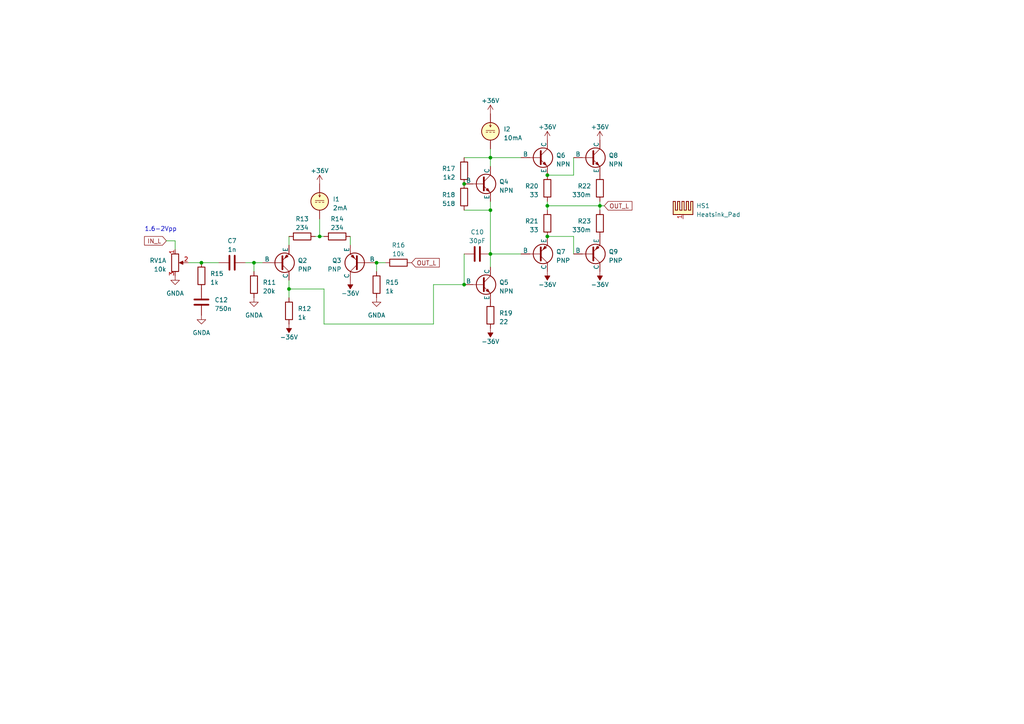
<source format=kicad_sch>
(kicad_sch (version 20230121) (generator eeschema)
  (paper "A4")
  (title_block (title "USB DAC & Headphone Amplifier") (date "2023-03-20") (rev "1") (comment 3 "License: MIT License") (comment 4 "Author: Jona Heinke"))
  (lib_symbols
    (symbol "Device:C" (pin_numbers hide) (pin_names (offset 0.254))
      (property "Reference" "C" (at 0.635 2.54 0))
      (property "Value" "C" (at 0.635 -2.54 0))
      (symbol "C_0_1"
        (polyline (pts (xy -2.032 -0.762) (xy 2.032 -0.762)) (stroke (width 0.508)))
        (polyline (pts (xy -2.032 0.762) (xy 2.032 0.762)) (stroke (width 0.508)))
      )
      (symbol "C_1_1"
        (pin passive line (at 0 3.81 270) (length 2.794) (name "~") (number "1"))
        (pin passive line (at 0 -3.81 90) (length 2.794) (name "~") (number "2"))
      )
    )
    (symbol "Device:R" (pin_numbers hide) (pin_names (offset 0))
      (property "Reference" "R" (at 2.032 0 90))
      (property "Value" "R" (at 0 0 90))
      (symbol "R_0_1"
        (rectangle (start -1.016 -2.54) (end 1.016 2.54) (stroke (width 0.254)))
      )
      (symbol "R_1_1"
        (pin passive line (at 0 3.81 270) (length 1.27) (name "~") (number "1"))
        (pin passive line (at 0 -3.81 90) (length 1.27) (name "~") (number "2"))
      )
    )
    (symbol "Device:R_Potentiometer_Dual_Separate" (pin_names (offset 1.016) hide)
      (property "Reference" "RV" (at -4.445 0 90))
      (property "Value" "R_Potentiometer_Dual_Separate" (at -2.54 0 90))
      (symbol "R_Potentiometer_Dual_Separate_0_1"
        (polyline (pts (xy 2.54 0) (xy 1.524 0)))
        (polyline (pts (xy 1.143 0) (xy 2.286 0.508) (xy 2.286 -0.508) (xy 1.143 0)) (fill (type outline)))
        (rectangle (start 1.016 2.54) (end -1.016 -2.54) (stroke (width 0.254)))
      )
      (symbol "R_Potentiometer_Dual_Separate_1_1"
        (pin passive line (at 0 3.81 270) (length 1.27) (name "1") (number "1"))
        (pin passive line (at 3.81 0 180) (length 1.27) (name "2") (number "2"))
        (pin passive line (at 0 -3.81 90) (length 1.27) (name "3") (number "3"))
      )
      (symbol "R_Potentiometer_Dual_Separate_2_1"
        (pin passive line (at 0 3.81 270) (length 1.27) (name "4") (number "4"))
        (pin passive line (at 3.81 0 180) (length 1.27) (name "5") (number "5"))
        (pin passive line (at 0 -3.81 90) (length 1.27) (name "6") (number "6"))
      )
    )
    (symbol "Mechanical:Heatsink_Pad" (pin_names (offset 0))
      (property "Reference" "HS" (at 0 5.715 0))
      (property "Value" "Heatsink_Pad" (at 0 3.81 0))
      (symbol "Heatsink_Pad_0_1"
        (polyline (pts (xy -0.3302 0) (xy -0.9652 0) (xy -0.9652 2.54) (xy -1.6002 2.54) (xy -1.6002 0) (xy -2.2352 0) (xy -2.2352 2.54) (xy -2.8702 2.54) (xy -2.8702 -1.27) (xy -0.9652 -1.27)) (stroke (width 0.254)) (fill (type background)))
        (polyline (pts (xy -0.3302 0) (xy -0.3302 2.54) (xy 0.3048 2.54) (xy 0.3048 0) (xy 0.9398 0) (xy 0.9398 2.54) (xy 1.5748 2.54) (xy 1.5748 0) (xy 2.2098 0) (xy 2.2098 2.54) (xy 2.8448 2.54) (xy 2.8448 -1.27) (xy -0.9652 -1.27)) (stroke (width 0.254)) (fill (type background)))
      )
      (symbol "Heatsink_Pad_1_1"
        (pin passive line (at 0 -2.54 90) (length 1.27) (name "~") (number "1"))
      )
    )
    (symbol "Simulation_SPICE:IDC" (pin_numbers hide) (pin_names (offset 0.0254))
      (property "Reference" "I" (at 2.54 2.54 0))
      (property "Value" "1" (at 2.54 0 0))
      (symbol "IDC_0_0"
        (polyline (pts (xy -1.27 0.254) (xy 1.27 0.254)))
        (polyline (pts (xy -0.762 -0.254) (xy -1.27 -0.254)))
        (polyline (pts (xy 0.254 -0.254) (xy -0.254 -0.254)))
        (polyline (pts (xy 1.27 -0.254) (xy 0.762 -0.254)))
      )
      (symbol "IDC_0_1"
        (polyline (pts (xy 0 1.27) (xy 0 2.286)))
        (polyline (pts (xy -0.254 1.778) (xy 0 1.27) (xy 0.254 1.778)))
        (circle (center 0 0) (radius 2.54) (stroke (width 0.254)) (fill (type background)))
      )
      (symbol "IDC_1_1"
        (pin passive line (at 0 5.08 270) (length 2.54) (name "~") (number "1"))
        (pin passive line (at 0 -5.08 90) (length 2.54) (name "~") (number "2"))
      )
    )
    (symbol "Simulation_SPICE:NPN" (pin_numbers hide) (pin_names (offset 0))
      (property "Reference" "Q" (at -2.54 7.62 0))
      (property "Value" "NPN" (at -2.54 5.08 0))
      (symbol "NPN_0_1"
        (polyline (pts (xy -2.54 0) (xy 0.635 0)) (stroke (width 0.1524)))
        (polyline (pts (xy 0.635 0.635) (xy 2.54 2.54)))
        (polyline (pts (xy 2.794 -1.27) (xy 2.794 -1.27)) (stroke (width 0.1524)))
        (polyline (pts (xy 2.794 -1.27) (xy 2.794 -1.27)) (stroke (width 0.1524)))
        (polyline (pts (xy 0.635 -0.635) (xy 2.54 -2.54) (xy 2.54 -2.54)))
        (polyline (pts (xy 0.635 1.905) (xy 0.635 -1.905) (xy 0.635 -1.905)) (stroke (width 0.508)))
        (polyline (pts (xy 1.27 -1.778) (xy 1.778 -1.27) (xy 2.286 -2.286) (xy 1.27 -1.778) (xy 1.27 -1.778)) (fill (type outline)))
        (circle (center 1.27 0) (radius 2.8194) (stroke (width 0.254)))
      )
      (symbol "NPN_1_1"
        (pin open_collector line (at 2.54 5.08 270) (length 2.54) (name "C") (number "1"))
        (pin input line (at -5.08 0 0) (length 2.54) (name "B") (number "2"))
        (pin open_emitter line (at 2.54 -5.08 90) (length 2.54) (name "E") (number "3"))
      )
    )
    (symbol "Simulation_SPICE:PNP" (pin_numbers hide) (pin_names (offset 0))
      (property "Reference" "Q" (at -2.54 7.62 0))
      (property "Value" "PNP" (at -2.54 5.08 0))
      (symbol "PNP_0_1"
        (polyline (pts (xy -2.54 0) (xy 0.635 0)) (stroke (width 0.1524)))
        (polyline (pts (xy 0.635 0.635) (xy 2.54 2.54)))
        (polyline (pts (xy 0.635 -0.635) (xy 2.54 -2.54) (xy 2.54 -2.54)))
        (polyline (pts (xy 0.635 1.905) (xy 0.635 -1.905) (xy 0.635 -1.905)) (stroke (width 0.508)))
        (polyline (pts (xy 2.286 -1.778) (xy 1.778 -2.286) (xy 1.27 -1.27) (xy 2.286 -1.778) (xy 2.286 -1.778)) (fill (type outline)))
        (circle (center 1.27 0) (radius 2.8194) (stroke (width 0.254)))
      )
      (symbol "PNP_1_1"
        (pin open_collector line (at 2.54 5.08 270) (length 2.54) (name "C") (number "1"))
        (pin input line (at -5.08 0 0) (length 2.54) (name "B") (number "2"))
        (pin open_emitter line (at 2.54 -5.08 90) (length 2.54) (name "E") (number "3"))
      )
    )
    (symbol "power:+36V" (power) (pin_names (offset 0))
      (property "Value" "+36V" (at 0 3.556 0))
      (symbol "+36V_0_1"
        (polyline (pts (xy -0.762 1.27) (xy 0 2.54)))
        (polyline (pts (xy 0 0) (xy 0 2.54)))
        (polyline (pts (xy 0 2.54) (xy 0.762 1.27)))
      )
      (symbol "+36V_1_1"
        (pin power_in line (at 0 0 90) (length 0) hide (name "+36V") (number "1"))
      )
    )
    (symbol "power:-36V" (power) (pin_names (offset 0))
      (property "Value" "-36V" (at 0 3.81 0))
      (symbol "-36V_0_0"
        (pin power_in line (at 0 0 90) (length 0) hide (name "-36V") (number "1"))
      )
      (symbol "-36V_0_1"
        (polyline (pts (xy 0 0) (xy 0 1.27) (xy 0.762 1.27) (xy 0 2.54) (xy -0.762 1.27) (xy 0 1.27)) (fill (type outline)))
      )
    )
    (symbol "power:GNDA" (power) (pin_names (offset 0))
      (property "Value" "GNDA" (at 0 -3.81 0))
      (symbol "GNDA_0_1"
        (polyline (pts (xy 0 0) (xy 0 -1.27) (xy 1.27 -1.27) (xy 0 -2.54) (xy -1.27 -1.27) (xy 0 -1.27)))
      )
      (symbol "GNDA_1_1"
        (pin power_in line (at 0 0 270) (length 0) hide (name "GNDA") (number "1"))
      )
    )
  )
  (junction (at 134.62 82.55))
  (junction (at 158.75 59.69))
  (junction (at 142.24 73.66))
  (junction (at 158.75 50.8))
  (junction (at 109.22 76.2))
  (junction (at 158.75 68.58))
  (junction (at 142.24 45.72))
  (junction (at 142.24 60.96))
  (junction (at 83.82 83.82))
  (junction (at 173.99 59.69))
  (junction (at 58.42 76.2))
  (junction (at 92.71 68.58))
  (junction (at 134.62 53.34))
  (junction (at 73.66 76.2))
  (wire (pts (xy 109.22 76.2) (xy 109.22 78.74)))
  (wire (pts (xy 58.42 76.2) (xy 63.5 76.2)))
  (wire (pts (xy 93.98 83.82) (xy 83.82 83.82)))
  (wire (pts (xy 142.24 45.72) (xy 142.24 48.26)))
  (wire (pts (xy 50.8 69.85) (xy 48.26 69.85)))
  (wire (pts (xy 101.6 68.58) (xy 101.6 71.12)))
  (wire (pts (xy 166.37 68.58) (xy 166.37 73.66)))
  (wire (pts (xy 71.12 76.2) (xy 73.66 76.2)))
  (wire (pts (xy 83.82 83.82) (xy 83.82 86.36)))
  (wire (pts (xy 142.24 73.66) (xy 151.13 73.66)))
  (wire (pts (xy 158.75 59.69) (xy 173.99 59.69)))
  (wire (pts (xy 54.61 76.2) (xy 58.42 76.2)))
  (wire (pts (xy 158.75 59.69) (xy 158.75 60.96)))
  (wire (pts (xy 134.62 45.72) (xy 142.24 45.72)))
  (wire (pts (xy 173.99 59.69) (xy 173.99 60.96)))
  (wire (pts (xy 83.82 68.58) (xy 83.82 71.12)))
  (wire (pts (xy 142.24 43.18) (xy 142.24 45.72)))
  (wire (pts (xy 142.24 45.72) (xy 151.13 45.72)))
  (wire (pts (xy 173.99 59.69) (xy 175.26 59.69)))
  (wire (pts (xy 83.82 81.28) (xy 83.82 83.82)))
  (wire (pts (xy 134.62 73.66) (xy 134.62 82.55)))
  (wire (pts (xy 109.22 76.2) (xy 111.76 76.2)))
  (wire (pts (xy 166.37 50.8) (xy 166.37 45.72)))
  (wire (pts (xy 92.71 63.5) (xy 92.71 68.58)))
  (wire (pts (xy 73.66 76.2) (xy 76.2 76.2)))
  (wire (pts (xy 93.98 93.98) (xy 125.73 93.98)))
  (wire (pts (xy 142.24 58.42) (xy 142.24 60.96)))
  (wire (pts (xy 93.98 93.98) (xy 93.98 83.82)))
  (wire (pts (xy 50.8 72.39) (xy 50.8 69.85)))
  (wire (pts (xy 91.44 68.58) (xy 92.71 68.58)))
  (wire (pts (xy 158.75 50.8) (xy 166.37 50.8)))
  (wire (pts (xy 125.73 82.55) (xy 125.73 93.98)))
  (wire (pts (xy 142.24 60.96) (xy 142.24 73.66)))
  (wire (pts (xy 134.62 82.55) (xy 125.73 82.55)))
  (wire (pts (xy 92.71 68.58) (xy 93.98 68.58)))
  (wire (pts (xy 158.75 68.58) (xy 166.37 68.58)))
  (wire (pts (xy 134.62 60.96) (xy 142.24 60.96)))
  (wire (pts (xy 142.24 73.66) (xy 142.24 77.47)))
  (wire (pts (xy 158.75 58.42) (xy 158.75 59.69)))
  (wire (pts (xy 73.66 76.2) (xy 73.66 78.74)))
  (wire (pts (xy 173.99 58.42) (xy 173.99 59.69)))
  (text "1.6-2Vpp" (at 41.91 67.31 0) (effects (font (size 1.27 1.27)) (justify left bottom)))
  (global_label "OUT_L" (shape input) (at 175.26 59.69 0) (property "Intersheetrefs" "${INTERSHEET_REFS}" (effects hide)))
  (global_label "OUT_L" (shape input) (at 119.38 76.2 0) (property "Intersheetrefs" "${INTERSHEET_REFS}" (effects hide)))
  (global_label "IN_L" (shape input) (at 48.26 69.85 180) (property "Intersheetrefs" "${INTERSHEET_REFS}" (effects hide)))
  (symbol (lib_id "Device:R") (at 83.82 90.17 180) (unit 1)
    (property "Reference" "R12" (at 86.36 89.535 0) (effects (justify right)))
    (property "Value" "1k" (at 86.36 92.075 0) (effects (justify right)))
    (property "Footprint" "Resistor_THT:R_Axial_DIN0207_L6.3mm_D2.5mm_P10.16mm_Horizontal" (effects hide))
    (instances (project "dac" (path "" (reference "R12") (unit 1)) (path "" (reference "R14") (unit 1))))
  )
  (symbol (lib_id "Device:R") (at 134.62 57.15 0) (mirror x) (unit 1)
    (property "Reference" "R18" (at 132.08 56.515 0) (effects (justify right)))
    (property "Value" "518" (at 132.08 59.055 0) (effects (justify right)))
    (property "Footprint" "Resistor_THT:R_Axial_DIN0207_L6.3mm_D2.5mm_P10.16mm_Horizontal" (effects hide))
    (instances (project "dac" (path "" (reference "R18") (unit 1)) (path "" (reference "R20") (unit 1))))
  )
  (symbol (lib_id "Simulation_SPICE:NPN") (at 139.7 82.55 0) (unit 1)
    (property "Reference" "Q5" (at 144.78 81.915 0) (effects (justify left)))
    (property "Value" "NPN" (at 144.78 84.455 0) (effects (justify left)))
    (property "Sim.Device" "NPN" (effects hide))
    (property "Sim.Type" "GUMMELPOON" (effects hide))
    (property "Sim.Pins" "1=C 2=B 3=E" (effects hide))
  )
  (symbol (lib_id "power:-36V") (at 101.6 81.28 0) (mirror x) (unit 1)
    (property "Reference" "#PWR018" (effects hide))
    (property "Value" "-33V" (at 101.6 85.09 0))
    (instances (project "dac" (path "" (reference "#PWR018") (unit 1)) (path "" (reference "#PWR032") (unit 1))))
  )
  (symbol (lib_id "Simulation_SPICE:IDC") (at 92.71 58.42 0) (unit 1)
    (property "Reference" "I1" (at 96.52 57.785 0) (effects (justify left)))
    (property "Value" "2mA" (at 96.52 60.325 0) (effects (justify left)))
    (property "Sim.Pins" "1=+ 2=-" (effects hide))
    (property "Sim.Type" "DC" (effects hide))
    (property "Sim.Device" "I" (effects hide))
  )
  (symbol (lib_id "Device:C") (at 67.31 76.2 90) (unit 1)
    (property "Reference" "C7" (at 67.31 69.85 90))
    (property "Value" "1n" (at 67.31 72.39 90))
    (instances (project "dac" (path "" (reference "C7") (unit 1)) (path "" (reference "C13") (unit 1))))
  )
  (symbol (lib_id "Device:R_Potentiometer_Dual_Separate") (at 50.8 76.2 0) (unit 1)
    (property "Reference" "RV1" (at 48.26 75.565 0) (effects (justify right)))
    (property "Value" "10k" (at 48.26 78.105 0) (effects (justify right)))
    (property "Datasheet" "https://cdn-reichelt.de/documents/datenblatt/B400/RK09L.pdf" (effects hide))
  )
  (symbol (lib_id "power:+36V") (at 158.75 40.64 0) (unit 1)
    (property "Reference" "#PWR023" (effects hide))
    (property "Value" "+33V" (at 158.75 36.83 0))
    (instances (project "dac" (path "" (reference "#PWR023") (unit 1)) (path "" (reference "#PWR036") (unit 1))))
  )
  (symbol (lib_id "power:+36V") (at 173.99 40.64 0) (unit 1)
    (property "Reference" "#PWR025" (effects hide))
    (property "Value" "+33V" (at 173.99 36.83 0))
    (instances (project "dac" (path "" (reference "#PWR025") (unit 1)) (path "" (reference "#PWR038") (unit 1))))
  )
  (symbol (lib_id "Mechanical:Heatsink_Pad") (at 198.12 60.96 0) (unit 1)
    (property "Reference" "HS1" (at 201.93 59.69 0) (effects (justify left)))
    (property "Value" "Heatsink_Pad" (at 201.93 62.23 0) (effects (justify left)))
  )
  (symbol (lib_id "power:-36V") (at 83.82 93.98 0) (mirror x) (unit 1)
    (property "Reference" "#PWR012" (effects hide))
    (property "Value" "-33V" (at 83.82 97.79 0))
    (instances (project "dac" (path "" (reference "#PWR012") (unit 1)) (path "" (reference "#PWR030") (unit 1))))
  )
  (symbol (lib_id "Device:R") (at 142.24 91.44 180) (unit 1)
    (property "Reference" "R19" (at 144.78 90.805 0) (effects (justify right)))
    (property "Value" "22" (at 144.78 93.345 0) (effects (justify right)))
    (property "Footprint" "Resistor_THT:R_Axial_DIN0207_L6.3mm_D2.5mm_P10.16mm_Horizontal" (effects hide))
    (instances (project "dac" (path "" (reference "R19") (unit 1)) (path "" (reference "R21") (unit 1))))
  )
  (symbol (lib_id "Simulation_SPICE:PNP") (at 81.28 76.2 0) (mirror x) (unit 1)
    (property "Reference" "Q2" (at 86.36 75.565 0) (effects (justify left)))
    (property "Value" "PNP" (at 86.36 78.105 0) (effects (justify left)))
    (property "Sim.Device" "PNP" (effects hide))
    (property "Sim.Type" "GUMMELPOON" (effects hide))
    (property "Sim.Pins" "1=C 2=B 3=E" (effects hide))
  )
  (symbol (lib_id "power:-36V") (at 142.24 95.25 0) (mirror x) (unit 1)
    (property "Reference" "#PWR022" (effects hide))
    (property "Value" "-33V" (at 142.24 99.06 0))
    (instances (project "dac" (path "" (reference "#PWR022") (unit 1)) (path "" (reference "#PWR035") (unit 1))))
  )
  (symbol (lib_id "Device:R") (at 173.99 54.61 0) (mirror x) (unit 1)
    (property "Reference" "R22" (at 171.45 53.975 0) (effects (justify right)))
    (property "Value" "330m" (at 171.45 56.515 0) (effects (justify right)))
    (instances (project "dac" (path "" (reference "R22") (unit 1)) (path "" (reference "R24") (unit 1))))
  )
  (symbol (lib_id "power:GNDA") (at 50.8 80.01 0) (unit 1)
    (property "Reference" "#PWR033" (effects hide))
    (property "Value" "GNDA" (at 50.8 85.09 0))
    (instances (project "dac" (path "" (reference "#PWR033") (unit 1)) (path "" (reference "#PWR027") (unit 1))))
  )
  (symbol (lib_id "Simulation_SPICE:PNP") (at 156.21 73.66 0) (mirror x) (unit 1)
    (property "Reference" "Q7" (at 161.29 73.025 0) (effects (justify left)))
    (property "Value" "PNP" (at 161.29 75.565 0) (effects (justify left)))
    (property "Sim.Device" "PNP" (effects hide))
    (property "Sim.Type" "GUMMELPOON" (effects hide))
    (property "Sim.Pins" "1=C 2=B 3=E" (effects hide))
  )
  (symbol (lib_id "Device:R") (at 87.63 68.58 90) (unit 1)
    (property "Reference" "R13" (at 87.63 63.5 90))
    (property "Value" "234" (at 87.63 66.04 90))
    (property "Footprint" "Resistor_THT:R_Axial_DIN0207_L6.3mm_D2.5mm_P10.16mm_Horizontal" (effects hide))
    (instances (project "dac" (path "" (reference "R13") (unit 1)) (path "" (reference "R15") (unit 1))))
  )
  (symbol (lib_id "power:+36V") (at 142.24 33.02 0) (unit 1)
    (property "Reference" "#PWR021" (effects hide))
    (property "Value" "+33V" (at 142.24 29.21 0))
    (instances (project "dac" (path "" (reference "#PWR021") (unit 1)) (path "" (reference "#PWR034") (unit 1))))
  )
  (symbol (lib_id "power:-36V") (at 173.99 78.74 0) (mirror x) (unit 1)
    (property "Reference" "#PWR026" (effects hide))
    (property "Value" "-33V" (at 173.99 82.55 0))
    (instances (project "dac" (path "" (reference "#PWR026") (unit 1)) (path "" (reference "#PWR039") (unit 1))))
  )
  (symbol (lib_id "Device:R") (at 109.22 82.55 180) (unit 1)
    (property "Reference" "R15" (at 111.76 81.915 0) (effects (justify right)))
    (property "Value" "1k" (at 111.76 84.455 0) (effects (justify right)))
    (property "Footprint" "Resistor_THT:R_Axial_DIN0207_L6.3mm_D2.5mm_P10.16mm_Horizontal" (effects hide))
    (instances (project "dac" (path "" (reference "R15") (unit 1)) (path "" (reference "R17") (unit 1))))
  )
  (symbol (lib_id "Simulation_SPICE:NPN") (at 171.45 45.72 0) (unit 1)
    (property "Reference" "Q8" (at 176.53 45.085 0) (effects (justify left)))
    (property "Value" "NPN" (at 176.53 47.625 0) (effects (justify left)))
    (property "Sim.Device" "NPN" (effects hide))
    (property "Sim.Type" "GUMMELPOON" (effects hide))
    (property "Sim.Pins" "1=C 2=B 3=E" (effects hide))
  )
  (symbol (lib_id "power:GNDA") (at 58.42 91.44 0) (unit 1)
    (property "Reference" "#PWR033" (effects hide))
    (property "Value" "GNDA" (at 58.42 96.52 0))
    (instances (project "dac" (path "" (reference "#PWR033") (unit 1)) (path "" (reference "#PWR028") (unit 1))))
  )
  (symbol (lib_id "Device:R") (at 97.79 68.58 90) (unit 1)
    (property "Reference" "R14" (at 97.79 63.5 90))
    (property "Value" "234" (at 97.79 66.04 90))
    (property "Footprint" "Resistor_THT:R_Axial_DIN0207_L6.3mm_D2.5mm_P10.16mm_Horizontal" (effects hide))
    (instances (project "dac" (path "" (reference "R14") (unit 1)) (path "" (reference "R16") (unit 1))))
  )
  (symbol (lib_id "Device:R") (at 158.75 54.61 0) (mirror x) (unit 1)
    (property "Reference" "R20" (at 156.21 53.975 0) (effects (justify right)))
    (property "Value" "33" (at 156.21 56.515 0) (effects (justify right)))
    (property "Footprint" "Resistor_THT:R_Axial_DIN0207_L6.3mm_D2.5mm_P10.16mm_Horizontal" (effects hide))
    (instances (project "dac" (path "" (reference "R20") (unit 1)) (path "" (reference "R22") (unit 1))))
  )
  (symbol (lib_id "Device:C") (at 138.43 73.66 90) (unit 1)
    (property "Reference" "C10" (at 138.43 67.31 90))
    (property "Value" "30pF" (at 138.43 69.85 90))
    (instances (project "dac" (path "" (reference "C10") (unit 1)) (path "" (reference "C14") (unit 1))))
  )
  (symbol (lib_id "Simulation_SPICE:NPN") (at 156.21 45.72 0) (unit 1)
    (property "Reference" "Q6" (at 161.29 45.085 0) (effects (justify left)))
    (property "Value" "NPN" (at 161.29 47.625 0) (effects (justify left)))
    (property "Sim.Device" "NPN" (effects hide))
    (property "Sim.Type" "GUMMELPOON" (effects hide))
    (property "Sim.Pins" "1=C 2=B 3=E" (effects hide))
  )
  (symbol (lib_id "Device:R") (at 134.62 49.53 0) (mirror x) (unit 1)
    (property "Reference" "R17" (at 132.08 48.895 0) (effects (justify right)))
    (property "Value" "1k2" (at 132.08 51.435 0) (effects (justify right)))
    (property "Footprint" "Resistor_THT:R_Axial_DIN0207_L6.3mm_D2.5mm_P10.16mm_Horizontal" (effects hide))
    (instances (project "dac" (path "" (reference "R17") (unit 1)) (path "" (reference "R19") (unit 1))))
  )
  (symbol (lib_id "Device:R") (at 58.42 80.01 180) (unit 1)
    (property "Reference" "R15" (at 60.96 79.375 0) (effects (justify right)))
    (property "Value" "1k" (at 60.96 81.915 0) (effects (justify right)))
    (property "Footprint" "Resistor_THT:R_Axial_DIN0207_L6.3mm_D2.5mm_P10.16mm_Horizontal" (effects hide))
    (instances (project "dac" (path "" (reference "R15") (unit 1)) (path "" (reference "R12") (unit 1))))
  )
  (symbol (lib_id "power:GNDA") (at 109.22 86.36 0) (unit 1)
    (property "Reference" "#PWR020" (effects hide))
    (property "Value" "GNDA" (at 109.22 91.44 0))
    (instances (project "dac" (path "" (reference "#PWR020") (unit 1)) (path "" (reference "#PWR033") (unit 1))))
  )
  (symbol (lib_id "Device:R") (at 115.57 76.2 90) (unit 1)
    (property "Reference" "R16" (at 115.57 71.12 90))
    (property "Value" "10k" (at 115.57 73.66 90))
    (property "Footprint" "Resistor_THT:R_Axial_DIN0207_L6.3mm_D2.5mm_P10.16mm_Horizontal" (effects hide))
    (instances (project "dac" (path "" (reference "R16") (unit 1)) (path "" (reference "R18") (unit 1))))
  )
  (symbol (lib_id "Device:C") (at 58.42 87.63 0) (unit 1)
    (property "Reference" "C12" (at 62.23 86.995 0) (effects (justify left)))
    (property "Value" "750n" (at 62.23 89.535 0) (effects (justify left)))
  )
  (symbol (lib_id "Device:R") (at 73.66 82.55 180) (unit 1)
    (property "Reference" "R11" (at 76.2 81.915 0) (effects (justify right)))
    (property "Value" "20k" (at 76.2 84.455 0) (effects (justify right)))
    (property "Footprint" "Resistor_THT:R_Axial_DIN0207_L6.3mm_D2.5mm_P10.16mm_Horizontal" (effects hide))
    (instances (project "dac" (path "" (reference "R11") (unit 1)) (path "" (reference "R13") (unit 1))))
  )
  (symbol (lib_id "Simulation_SPICE:NPN") (at 139.7 53.34 0) (unit 1)
    (property "Reference" "Q4" (at 144.78 52.705 0) (effects (justify left)))
    (property "Value" "NPN" (at 144.78 55.245 0) (effects (justify left)))
    (property "Sim.Device" "NPN" (effects hide))
    (property "Sim.Type" "GUMMELPOON" (effects hide))
    (property "Sim.Pins" "1=C 2=B 3=E" (effects hide))
  )
  (symbol (lib_id "Device:R") (at 173.99 64.77 0) (mirror x) (unit 1)
    (property "Reference" "R23" (at 171.45 64.135 0) (effects (justify right)))
    (property "Value" "330m" (at 171.45 66.675 0) (effects (justify right)))
    (instances (project "dac" (path "" (reference "R23") (unit 1)) (path "" (reference "R25") (unit 1))))
  )
  (symbol (lib_id "power:+36V") (at 92.71 53.34 0) (unit 1)
    (property "Reference" "#PWR013" (effects hide))
    (property "Value" "+33V" (at 92.71 49.53 0))
    (instances (project "dac" (path "" (reference "#PWR013") (unit 1)) (path "" (reference "#PWR031") (unit 1))))
  )
  (symbol (lib_id "Simulation_SPICE:PNP") (at 104.14 76.2 180) (unit 1)
    (property "Reference" "Q3" (at 99.06 75.565 0) (effects (justify left)))
    (property "Value" "PNP" (at 99.06 78.105 0) (effects (justify left)))
    (property "Sim.Device" "PNP" (effects hide))
    (property "Sim.Type" "GUMMELPOON" (effects hide))
    (property "Sim.Pins" "1=C 2=B 3=E" (effects hide))
  )
  (symbol (lib_id "power:GNDA") (at 73.66 86.36 0) (unit 1)
    (property "Reference" "#PWR010" (effects hide))
    (property "Value" "GNDA" (at 73.66 91.44 0))
    (instances (project "dac" (path "" (reference "#PWR010") (unit 1)) (path "" (reference "#PWR029") (unit 1))))
  )
  (symbol (lib_id "power:-36V") (at 158.75 78.74 0) (mirror x) (unit 1)
    (property "Reference" "#PWR024" (effects hide))
    (property "Value" "-33V" (at 158.75 82.55 0))
    (instances (project "dac" (path "" (reference "#PWR024") (unit 1)) (path "" (reference "#PWR037") (unit 1))))
  )
  (symbol (lib_id "Device:R") (at 158.75 64.77 0) (mirror x) (unit 1)
    (property "Reference" "R21" (at 156.21 64.135 0) (effects (justify right)))
    (property "Value" "33" (at 156.21 66.675 0) (effects (justify right)))
    (property "Footprint" "Resistor_THT:R_Axial_DIN0207_L6.3mm_D2.5mm_P10.16mm_Horizontal" (effects hide))
    (instances (project "dac" (path "" (reference "R21") (unit 1)) (path "" (reference "R23") (unit 1))))
  )
  (symbol (lib_id "Simulation_SPICE:IDC") (at 142.24 38.1 0) (unit 1)
    (property "Reference" "I2" (at 146.05 37.465 0) (effects (justify left)))
    (property "Value" "10mA" (at 146.05 40.005 0) (effects (justify left)))
    (property "Sim.Pins" "1=+ 2=-" (effects hide))
    (property "Sim.Type" "DC" (effects hide))
    (property "Sim.Device" "I" (effects hide))
  )
  (symbol (lib_id "Simulation_SPICE:PNP") (at 171.45 73.66 0) (mirror x) (unit 1)
    (property "Reference" "Q9" (at 176.53 73.025 0) (effects (justify left)))
    (property "Value" "PNP" (at 176.53 75.565 0) (effects (justify left)))
    (property "Sim.Device" "PNP" (effects hide))
    (property "Sim.Type" "GUMMELPOON" (effects hide))
    (property "Sim.Pins" "1=C 2=B 3=E" (effects hide))
  )
)
</source>
